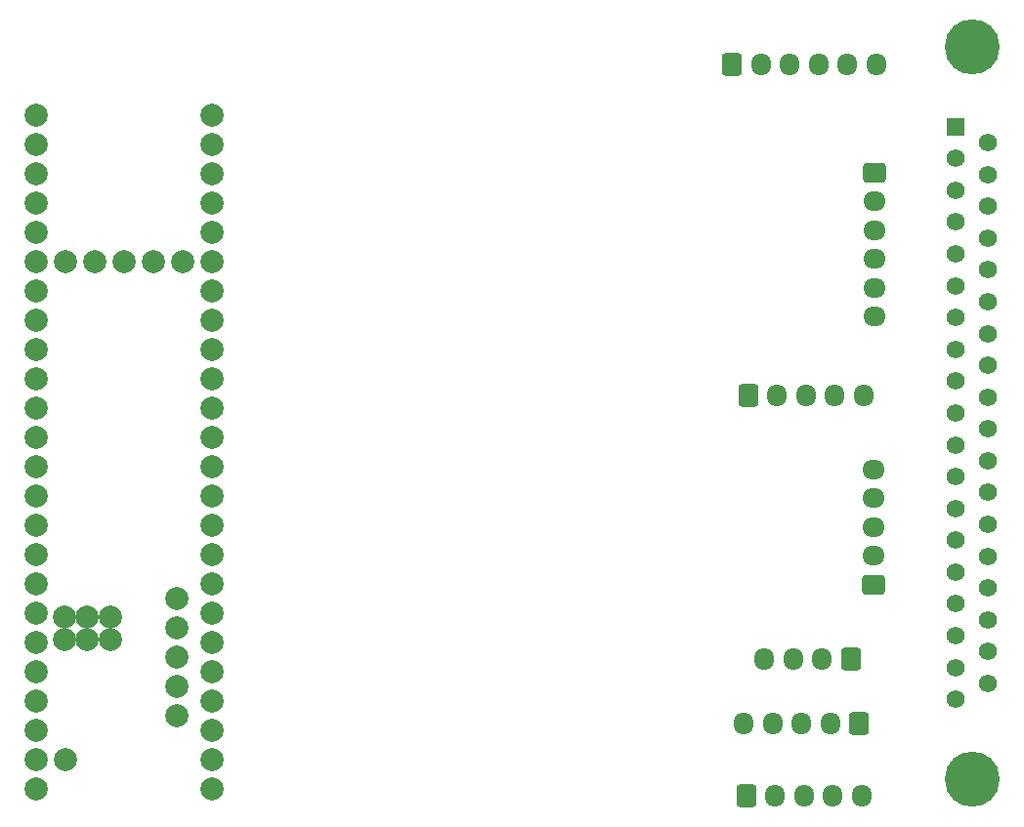
<source format=gbs>
G04 #@! TF.GenerationSoftware,KiCad,Pcbnew,7.0.10*
G04 #@! TF.CreationDate,2024-08-04T13:32:26-04:00*
G04 #@! TF.ProjectId,accessoryidk,61636365-7373-46f7-9279-69646b2e6b69,rev?*
G04 #@! TF.SameCoordinates,Original*
G04 #@! TF.FileFunction,Soldermask,Bot*
G04 #@! TF.FilePolarity,Negative*
%FSLAX46Y46*%
G04 Gerber Fmt 4.6, Leading zero omitted, Abs format (unit mm)*
G04 Created by KiCad (PCBNEW 7.0.10) date 2024-08-04 13:32:26*
%MOMM*%
%LPD*%
G01*
G04 APERTURE LIST*
G04 Aperture macros list*
%AMRoundRect*
0 Rectangle with rounded corners*
0 $1 Rounding radius*
0 $2 $3 $4 $5 $6 $7 $8 $9 X,Y pos of 4 corners*
0 Add a 4 corners polygon primitive as box body*
4,1,4,$2,$3,$4,$5,$6,$7,$8,$9,$2,$3,0*
0 Add four circle primitives for the rounded corners*
1,1,$1+$1,$2,$3*
1,1,$1+$1,$4,$5*
1,1,$1+$1,$6,$7*
1,1,$1+$1,$8,$9*
0 Add four rect primitives between the rounded corners*
20,1,$1+$1,$2,$3,$4,$5,0*
20,1,$1+$1,$4,$5,$6,$7,0*
20,1,$1+$1,$6,$7,$8,$9,0*
20,1,$1+$1,$8,$9,$2,$3,0*%
G04 Aperture macros list end*
%ADD10RoundRect,0.250000X-0.600000X-0.725000X0.600000X-0.725000X0.600000X0.725000X-0.600000X0.725000X0*%
%ADD11O,1.700000X1.950000*%
%ADD12RoundRect,0.250000X-0.725000X0.600000X-0.725000X-0.600000X0.725000X-0.600000X0.725000X0.600000X0*%
%ADD13O,1.950000X1.700000*%
%ADD14C,2.004000*%
%ADD15RoundRect,0.250000X0.600000X0.725000X-0.600000X0.725000X-0.600000X-0.725000X0.600000X-0.725000X0*%
%ADD16R,1.562000X1.562000*%
%ADD17C,1.562000*%
%ADD18C,4.762000*%
%ADD19RoundRect,0.250000X0.725000X-0.600000X0.725000X0.600000X-0.725000X0.600000X-0.725000X-0.600000X0*%
G04 APERTURE END LIST*
D10*
X101934000Y-86060000D03*
D11*
X104434000Y-86060000D03*
X106934000Y-86060000D03*
X109434000Y-86060000D03*
X111934000Y-86060000D03*
D10*
X102108000Y-51308000D03*
D11*
X104608000Y-51308000D03*
X107108000Y-51308000D03*
X109608000Y-51308000D03*
X112108000Y-51308000D03*
D12*
X113030000Y-32004000D03*
D13*
X113030000Y-34504000D03*
X113030000Y-37004000D03*
X113030000Y-39504000D03*
X113030000Y-42004000D03*
X113030000Y-44504000D03*
D14*
X55626000Y-82931000D03*
X55626000Y-80391000D03*
X55626000Y-77851000D03*
X55626000Y-75311000D03*
X55626000Y-49911000D03*
X40386000Y-80391000D03*
X50546000Y-39751000D03*
X55626000Y-72771000D03*
X55626000Y-70231000D03*
X52576000Y-79121000D03*
X55626000Y-67691000D03*
X55626000Y-65151000D03*
X55626000Y-62611000D03*
X55626000Y-60071000D03*
X55626000Y-57531000D03*
X55626000Y-54991000D03*
X55626000Y-52451000D03*
X40386000Y-52451000D03*
X40386000Y-54991000D03*
X40386000Y-57531000D03*
X40386000Y-60071000D03*
X40386000Y-62611000D03*
X40386000Y-65151000D03*
X40386000Y-67691000D03*
X40386000Y-70231000D03*
X40386000Y-72771000D03*
X40386000Y-75311000D03*
X40386000Y-77851000D03*
X55626000Y-47371000D03*
X55626000Y-44831000D03*
X55626000Y-42291000D03*
X55626000Y-39751000D03*
X55626000Y-37211000D03*
X55626000Y-34671000D03*
X55626000Y-32131000D03*
X55626000Y-29591000D03*
X55626000Y-27051000D03*
X40386000Y-27051000D03*
X40386000Y-29591000D03*
X40386000Y-32131000D03*
X40386000Y-34671000D03*
X40386000Y-37211000D03*
X40386000Y-39751000D03*
X40386000Y-42291000D03*
X40386000Y-44831000D03*
X40386000Y-47371000D03*
X52576000Y-74041000D03*
X52576000Y-76581000D03*
X55626000Y-85471000D03*
X40386000Y-49911000D03*
X40386000Y-82931000D03*
X48006000Y-39751000D03*
X44836000Y-70501000D03*
X44836000Y-72501000D03*
X42926000Y-39751000D03*
X45466000Y-39751000D03*
X42836000Y-72501000D03*
X42836000Y-70501000D03*
X46836000Y-70501000D03*
X46836000Y-72501000D03*
X52576000Y-71501000D03*
X52576000Y-68961000D03*
X53086000Y-39751000D03*
X40386000Y-85471000D03*
X42926000Y-82931000D03*
D15*
X110998000Y-74168000D03*
D11*
X108498000Y-74168000D03*
X105998000Y-74168000D03*
X103498000Y-74168000D03*
D15*
X111720000Y-79756000D03*
D11*
X109220000Y-79756000D03*
X106720000Y-79756000D03*
X104220000Y-79756000D03*
X101720000Y-79756000D03*
D16*
X120066000Y-28016000D03*
D17*
X120066000Y-30775000D03*
X120066000Y-33533000D03*
X120066000Y-36292000D03*
X120066000Y-39050000D03*
X120066000Y-41809000D03*
X120066000Y-44567000D03*
X120066000Y-47325000D03*
X120066000Y-50084000D03*
X120066000Y-52842000D03*
X120066000Y-55601000D03*
X120066000Y-58359000D03*
X120066000Y-61118000D03*
X120066000Y-63876000D03*
X120066000Y-66634000D03*
X120066000Y-69393000D03*
X120066000Y-72151000D03*
X120066000Y-74910000D03*
X120066000Y-77668000D03*
X122911000Y-29375000D03*
X122911000Y-32154000D03*
X122911000Y-34912000D03*
X122911000Y-37671000D03*
X122911000Y-40429000D03*
X122911000Y-43188000D03*
X122911000Y-45946000D03*
X122911000Y-48705000D03*
X122911000Y-51463000D03*
X122911000Y-54221000D03*
X122911000Y-56980000D03*
X122911000Y-59738000D03*
X122911000Y-62497000D03*
X122911000Y-65255000D03*
X122911000Y-68014000D03*
X122911000Y-70772000D03*
X122911000Y-73531000D03*
X122911000Y-76289000D03*
D18*
X121488000Y-21082000D03*
X121488000Y-84582000D03*
D19*
X112984000Y-67738000D03*
D13*
X112984000Y-65238000D03*
X112984000Y-62738000D03*
X112984000Y-60238000D03*
X112984000Y-57738000D03*
D10*
X100704000Y-22606000D03*
D11*
X103204000Y-22606000D03*
X105704000Y-22606000D03*
X108204000Y-22606000D03*
X110704000Y-22606000D03*
X113204000Y-22606000D03*
M02*

</source>
